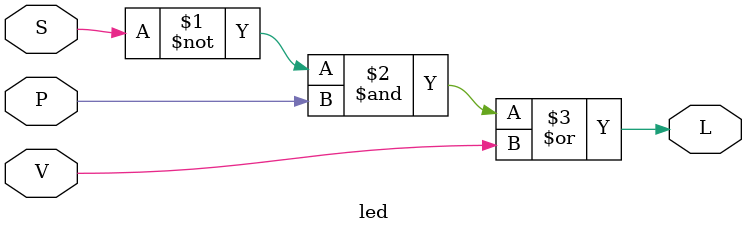
<source format=v>
module led (L, S, P, V);
    input S, P, V;
    output L;

    assign L = (~S & P) | V;  // This performs bitwise OR, which is correct for logic operations
endmodule 
</source>
